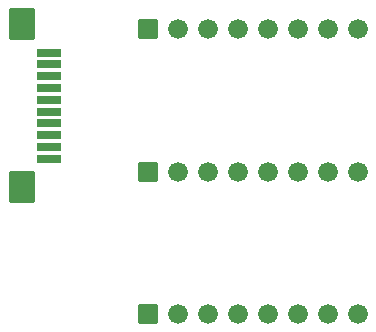
<source format=gts>
G04 Layer: TopSolderMaskLayer*
G04 EasyEDA v6.5.37, 2023-11-02 15:14:11*
G04 70c171ed55f9412ebf638e9d120c17bd,3a11b6de39944756a1cf0add2bf12301,10*
G04 Gerber Generator version 0.2*
G04 Scale: 100 percent, Rotated: No, Reflected: No *
G04 Dimensions in millimeters *
G04 leading zeros omitted , absolute positions ,4 integer and 5 decimal *
%FSLAX45Y45*%
%MOMM*%

%AMMACRO1*1,1,$1,$2,$3*1,1,$1,$4,$5*1,1,$1,0-$2,0-$3*1,1,$1,0-$4,0-$5*20,1,$1,$2,$3,$4,$5,0*20,1,$1,$4,$5,0-$2,0-$3,0*20,1,$1,0-$2,0-$3,0-$4,0-$5,0*20,1,$1,0-$4,0-$5,$2,$3,0*4,1,4,$2,$3,$4,$5,0-$2,0-$3,0-$4,0-$5,$2,$3,0*%
%ADD10MACRO1,0.1016X-0.7874X0.7874X0.7874X0.7874*%
%ADD11C,1.6764*%
%ADD12MACRO1,0.1X1.05X1.3X1.05X-1.3*%
%ADD13MACRO1,0.1X1X0.3X1X-0.3*%

%LPD*%
D10*
G01*
X2209800Y2171700D03*
D11*
G01*
X2463800Y2171700D03*
G01*
X2717800Y2171700D03*
G01*
X2971800Y2171700D03*
G01*
X3225800Y2171700D03*
G01*
X3479800Y2171700D03*
G01*
X3733800Y2171700D03*
G01*
X3987800Y2171700D03*
D10*
G01*
X2209800Y3378200D03*
D11*
G01*
X2463800Y3378200D03*
G01*
X2717800Y3378200D03*
G01*
X2971800Y3378200D03*
G01*
X3225800Y3378200D03*
G01*
X3479800Y3378200D03*
G01*
X3733800Y3378200D03*
G01*
X3987800Y3378200D03*
D10*
G01*
X2209800Y4584700D03*
D11*
G01*
X2463800Y4584700D03*
G01*
X2717800Y4584700D03*
G01*
X2971800Y4584700D03*
G01*
X3225800Y4584700D03*
G01*
X3479800Y4584700D03*
G01*
X3733800Y4584700D03*
G01*
X3987800Y4584700D03*
D12*
G01*
X1144799Y3244502D03*
G01*
X1144802Y4629497D03*
D13*
G01*
X1369801Y3487000D03*
G01*
X1369801Y3587000D03*
G01*
X1369801Y3687000D03*
G01*
X1369801Y3787000D03*
G01*
X1369801Y3887000D03*
G01*
X1369801Y3986999D03*
G01*
X1369801Y4086999D03*
G01*
X1369801Y4186999D03*
G01*
X1369801Y4286999D03*
G01*
X1369801Y4386999D03*
M02*

</source>
